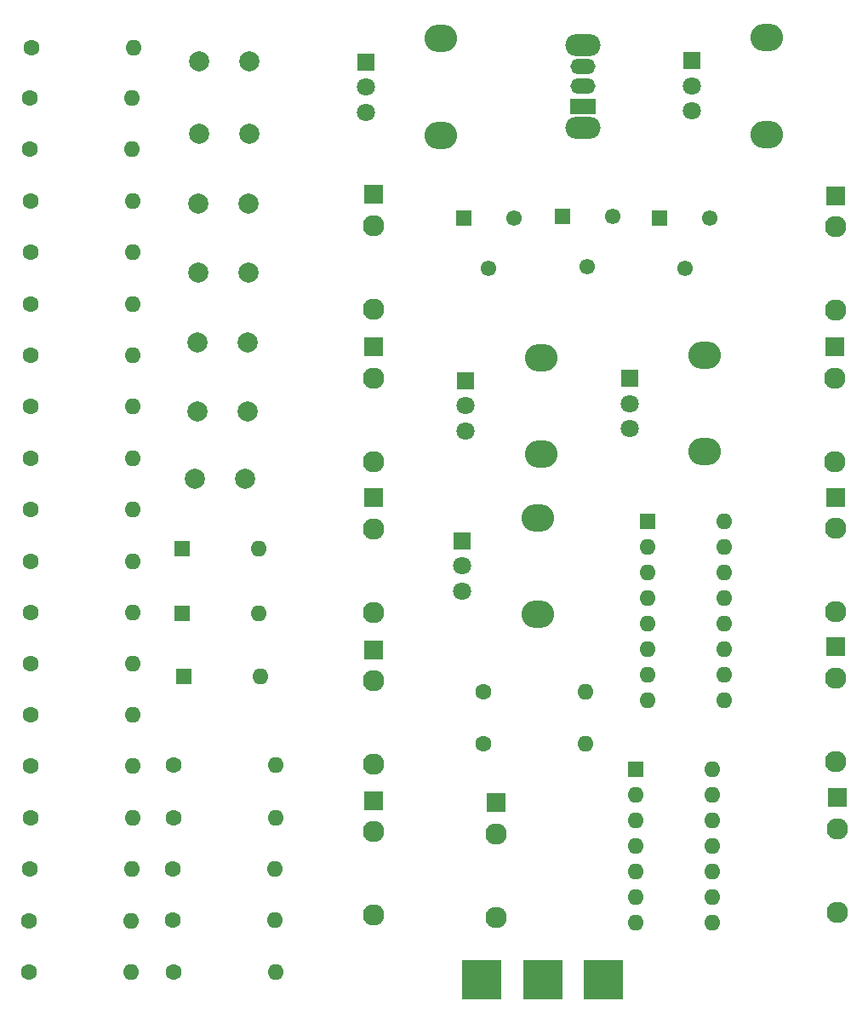
<source format=gbr>
%TF.GenerationSoftware,KiCad,Pcbnew,5.1.7*%
%TF.CreationDate,2020-10-25T10:30:06+01:00*%
%TF.ProjectId,AS3340-VCO,41533333-3430-42d5-9643-4f2e6b696361,rev?*%
%TF.SameCoordinates,Original*%
%TF.FileFunction,Soldermask,Top*%
%TF.FilePolarity,Negative*%
%FSLAX46Y46*%
G04 Gerber Fmt 4.6, Leading zero omitted, Abs format (unit mm)*
G04 Created by KiCad (PCBNEW 5.1.7) date 2020-10-25 10:30:06*
%MOMM*%
%LPD*%
G01*
G04 APERTURE LIST*
%ADD10R,4.000000X4.000000*%
%ADD11C,1.550000*%
%ADD12R,1.550000X1.550000*%
%ADD13C,2.130000*%
%ADD14R,1.930000X1.830000*%
%ADD15O,3.240000X2.720000*%
%ADD16C,1.800000*%
%ADD17R,1.800000X1.800000*%
%ADD18C,2.000000*%
%ADD19O,1.600000X1.600000*%
%ADD20R,1.600000X1.600000*%
%ADD21C,1.600000*%
%ADD22O,3.500000X2.200000*%
%ADD23O,2.500000X1.500000*%
%ADD24R,2.500000X1.500000*%
G04 APERTURE END LIST*
D10*
%TO.C,TP3*%
X160580000Y-137320000D03*
%TD*%
%TO.C,TP2*%
X154530000Y-137320000D03*
%TD*%
%TO.C,TP1*%
X148480000Y-137320000D03*
%TD*%
D11*
%TO.C,RV4*%
X149190000Y-66670000D03*
D12*
X146690000Y-61670000D03*
D11*
X151690000Y-61670000D03*
%TD*%
D13*
%TO.C,J6*%
X149940000Y-131170000D03*
D14*
X149940000Y-119770000D03*
D13*
X149940000Y-122870000D03*
%TD*%
D15*
%TO.C,RV5*%
X144420000Y-43820000D03*
X144420000Y-53420000D03*
D16*
X136920000Y-51120000D03*
X136920000Y-48620000D03*
D17*
X136920000Y-46120000D03*
%TD*%
D18*
%TO.C,C1*%
X125350000Y-46090000D03*
X120350000Y-46090000D03*
%TD*%
%TO.C,C2*%
X125350000Y-53260000D03*
X120350000Y-53260000D03*
%TD*%
%TO.C,C3*%
X125310000Y-60230000D03*
X120310000Y-60230000D03*
%TD*%
%TO.C,C4*%
X125275000Y-67095000D03*
X120275000Y-67095000D03*
%TD*%
%TO.C,C5*%
X125200000Y-73980000D03*
X120200000Y-73980000D03*
%TD*%
%TO.C,C6*%
X125220000Y-80860000D03*
X120220000Y-80860000D03*
%TD*%
%TO.C,C7*%
X124950000Y-87560000D03*
X119950000Y-87560000D03*
%TD*%
D19*
%TO.C,D1*%
X126300000Y-94490000D03*
D20*
X118680000Y-94490000D03*
%TD*%
D19*
%TO.C,D2*%
X126300000Y-100960000D03*
D20*
X118680000Y-100960000D03*
%TD*%
D19*
%TO.C,D3*%
X126430000Y-107180000D03*
D20*
X118810000Y-107180000D03*
%TD*%
D13*
%TO.C,J1*%
X137760000Y-70720000D03*
D14*
X137760000Y-59320000D03*
D13*
X137760000Y-62420000D03*
%TD*%
%TO.C,J2*%
X183720000Y-70810000D03*
D14*
X183720000Y-59410000D03*
D13*
X183720000Y-62510000D03*
%TD*%
%TO.C,J3*%
X137760000Y-85830000D03*
D14*
X137760000Y-74430000D03*
D13*
X137760000Y-77530000D03*
%TD*%
%TO.C,J4*%
X137760000Y-100830000D03*
D14*
X137760000Y-89430000D03*
D13*
X137760000Y-92530000D03*
%TD*%
%TO.C,J5*%
X137740000Y-130940000D03*
D14*
X137740000Y-119540000D03*
D13*
X137740000Y-122640000D03*
%TD*%
%TO.C,J7*%
X137760000Y-115940000D03*
D14*
X137760000Y-104540000D03*
D13*
X137760000Y-107640000D03*
%TD*%
%TO.C,J8*%
X183650000Y-85850000D03*
D14*
X183650000Y-74450000D03*
D13*
X183650000Y-77550000D03*
%TD*%
%TO.C,J9*%
X183830000Y-130640000D03*
D14*
X183830000Y-119240000D03*
D13*
X183830000Y-122340000D03*
%TD*%
%TO.C,J10*%
X183710000Y-115660000D03*
D14*
X183710000Y-104260000D03*
D13*
X183710000Y-107360000D03*
%TD*%
%TO.C,J11*%
X183730000Y-100780000D03*
D14*
X183730000Y-89380000D03*
D13*
X183730000Y-92480000D03*
%TD*%
D21*
%TO.C,R1*%
X103650000Y-44720000D03*
D19*
X113810000Y-44720000D03*
%TD*%
D21*
%TO.C,R2*%
X103510000Y-49730000D03*
D19*
X113670000Y-49730000D03*
%TD*%
D21*
%TO.C,R3*%
X103510000Y-54790000D03*
D19*
X113670000Y-54790000D03*
%TD*%
D21*
%TO.C,R4*%
X103590000Y-59930000D03*
D19*
X113750000Y-59930000D03*
%TD*%
D21*
%TO.C,R5*%
X103590000Y-65060000D03*
D19*
X113750000Y-65060000D03*
%TD*%
D21*
%TO.C,R6*%
X103560000Y-70180000D03*
D19*
X113720000Y-70180000D03*
%TD*%
D21*
%TO.C,R7*%
X103560000Y-75310000D03*
D19*
X113720000Y-75310000D03*
%TD*%
D21*
%TO.C,R8*%
X103560000Y-80370000D03*
D19*
X113720000Y-80370000D03*
%TD*%
D21*
%TO.C,R9*%
X103560000Y-85500000D03*
D19*
X113720000Y-85500000D03*
%TD*%
D21*
%TO.C,R10*%
X103560000Y-90610000D03*
D19*
X113720000Y-90610000D03*
%TD*%
D21*
%TO.C,R11*%
X103630000Y-95740000D03*
D19*
X113790000Y-95740000D03*
%TD*%
D21*
%TO.C,R12*%
X103560000Y-100880000D03*
D19*
X113720000Y-100880000D03*
%TD*%
D21*
%TO.C,R13*%
X103560000Y-105940000D03*
D19*
X113720000Y-105940000D03*
%TD*%
D21*
%TO.C,R14*%
X103560000Y-110990000D03*
D19*
X113720000Y-110990000D03*
%TD*%
D21*
%TO.C,R15*%
X103560000Y-116130000D03*
D19*
X113720000Y-116130000D03*
%TD*%
D21*
%TO.C,R16*%
X103560000Y-121240000D03*
D19*
X113720000Y-121240000D03*
%TD*%
D21*
%TO.C,R17*%
X103480000Y-126370000D03*
D19*
X113640000Y-126370000D03*
%TD*%
D21*
%TO.C,R18*%
X103410000Y-131500000D03*
D19*
X113570000Y-131500000D03*
%TD*%
D21*
%TO.C,R19*%
X103470000Y-136590000D03*
D19*
X113630000Y-136590000D03*
%TD*%
D21*
%TO.C,R20*%
X117840000Y-116020000D03*
D19*
X128000000Y-116020000D03*
%TD*%
D21*
%TO.C,R21*%
X117840000Y-121240000D03*
D19*
X128000000Y-121240000D03*
%TD*%
D21*
%TO.C,R22*%
X117700000Y-126330000D03*
D19*
X127860000Y-126330000D03*
%TD*%
D21*
%TO.C,R23*%
X117700000Y-131410000D03*
D19*
X127860000Y-131410000D03*
%TD*%
D21*
%TO.C,R24*%
X117850000Y-136600000D03*
D19*
X128010000Y-136600000D03*
%TD*%
D21*
%TO.C,R25*%
X148640000Y-108690000D03*
D19*
X158800000Y-108690000D03*
%TD*%
D21*
%TO.C,R26*%
X148640000Y-113860000D03*
D19*
X158800000Y-113860000D03*
%TD*%
D15*
%TO.C,RV1*%
X176850000Y-43720000D03*
X176850000Y-53320000D03*
D16*
X169350000Y-51020000D03*
X169350000Y-48520000D03*
D17*
X169350000Y-46020000D03*
%TD*%
D15*
%TO.C,RV2*%
X154380000Y-75500000D03*
X154380000Y-85100000D03*
D16*
X146880000Y-82800000D03*
X146880000Y-80300000D03*
D17*
X146880000Y-77800000D03*
%TD*%
D15*
%TO.C,RV3*%
X154040000Y-91420000D03*
X154040000Y-101020000D03*
D16*
X146540000Y-98720000D03*
X146540000Y-96220000D03*
D17*
X146540000Y-93720000D03*
%TD*%
D11*
%TO.C,RV6*%
X158980000Y-66470000D03*
D12*
X156480000Y-61470000D03*
D11*
X161480000Y-61470000D03*
%TD*%
%TO.C,RV7*%
X168670000Y-66670000D03*
D12*
X166170000Y-61670000D03*
D11*
X171170000Y-61670000D03*
%TD*%
D15*
%TO.C,RV8*%
X170680000Y-75270000D03*
X170680000Y-84870000D03*
D16*
X163180000Y-82570000D03*
X163180000Y-80070000D03*
D17*
X163180000Y-77570000D03*
%TD*%
D22*
%TO.C,SW1*%
X158510000Y-44450000D03*
X158510000Y-52650000D03*
D23*
X158510000Y-46550000D03*
X158510000Y-48550000D03*
D24*
X158510000Y-50550000D03*
%TD*%
D19*
%TO.C,U1*%
X171420000Y-116450000D03*
X163800000Y-131690000D03*
X171420000Y-118990000D03*
X163800000Y-129150000D03*
X171420000Y-121530000D03*
X163800000Y-126610000D03*
X171420000Y-124070000D03*
X163800000Y-124070000D03*
X171420000Y-126610000D03*
X163800000Y-121530000D03*
X171420000Y-129150000D03*
X163800000Y-118990000D03*
X171420000Y-131690000D03*
D20*
X163800000Y-116450000D03*
%TD*%
D19*
%TO.C,U2*%
X172590000Y-91800000D03*
X164970000Y-109580000D03*
X172590000Y-94340000D03*
X164970000Y-107040000D03*
X172590000Y-96880000D03*
X164970000Y-104500000D03*
X172590000Y-99420000D03*
X164970000Y-101960000D03*
X172590000Y-101960000D03*
X164970000Y-99420000D03*
X172590000Y-104500000D03*
X164970000Y-96880000D03*
X172590000Y-107040000D03*
X164970000Y-94340000D03*
X172590000Y-109580000D03*
D20*
X164970000Y-91800000D03*
%TD*%
M02*

</source>
